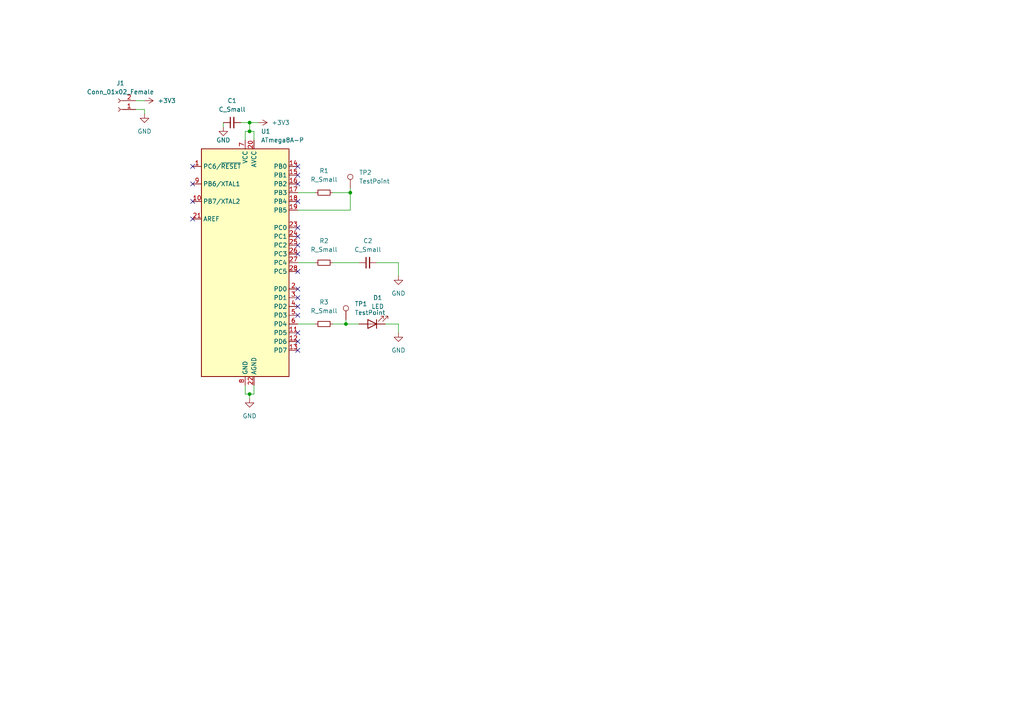
<source format=kicad_sch>
(kicad_sch (version 20211123) (generator eeschema)
  (paper "A4")
  (lib_symbols
    (symbol "Connector:Conn_01x02_Female" (pin_names (offset 1.016) hide)
      (property "Reference" "J" (at 0 2.54 0))
      (property "Value" "Conn_01x02_Female" (at 0 -5.08 0))
      (symbol "Conn_01x02_Female_1_1"
        (arc (start 0 -2.032) (mid -0.508 -2.54) (end 0 -3.048) (stroke (width 0.1524)))
        (polyline (pts (xy -1.27 -2.54) (xy -0.508 -2.54)) (stroke (width 0.1524)))
        (polyline (pts (xy -1.27 0) (xy -0.508 0)) (stroke (width 0.1524)))
        (arc (start 0 0.508) (mid -0.508 0) (end 0 -0.508) (stroke (width 0.1524)))
        (pin passive line (at -5.08 0 0) (length 3.81) (name "Pin_1") (number "1"))
        (pin passive line (at -5.08 -2.54 0) (length 3.81) (name "Pin_2") (number "2"))
      )
    )
    (symbol "Connector:TestPoint" (pin_numbers hide) (pin_names (offset 0.762) hide)
      (property "Reference" "TP" (at 0 6.858 0))
      (property "Value" "TestPoint" (at 0 5.08 0))
      (symbol "TestPoint_0_1"
        (circle (center 0 3.302) (radius 0.762))
      )
      (symbol "TestPoint_1_1"
        (pin passive line (at 0 0 90) (length 2.54) (name "1") (number "1"))
      )
    )
    (symbol "Device:C_Small" (pin_numbers hide) (pin_names (offset 0.254) hide)
      (property "Reference" "C" (at 0.254 1.778 0))
      (property "Value" "C_Small" (at 0.254 -2.032 0))
      (symbol "C_Small_0_1"
        (polyline (pts (xy -1.524 -0.508) (xy 1.524 -0.508)) (stroke (width 0.3302)))
        (polyline (pts (xy -1.524 0.508) (xy 1.524 0.508)) (stroke (width 0.3048)))
      )
      (symbol "C_Small_1_1"
        (pin passive line (at 0 2.54 270) (length 2.032) (name "~") (number "1"))
        (pin passive line (at 0 -2.54 90) (length 2.032) (name "~") (number "2"))
      )
    )
    (symbol "Device:LED" (pin_numbers hide) (pin_names (offset 1.016) hide)
      (property "Reference" "D" (at 0 2.54 0))
      (property "Value" "LED" (at 0 -2.54 0))
      (symbol "LED_0_1"
        (polyline (pts (xy -1.27 -1.27) (xy -1.27 1.27)) (stroke (width 0.254)))
        (polyline (pts (xy -1.27 0) (xy 1.27 0)))
        (polyline (pts (xy 1.27 -1.27) (xy 1.27 1.27) (xy -1.27 0) (xy 1.27 -1.27)) (stroke (width 0.254)))
        (polyline (pts (xy -3.048 -0.762) (xy -4.572 -2.286) (xy -3.81 -2.286) (xy -4.572 -2.286) (xy -4.572 -1.524)))
        (polyline (pts (xy -1.778 -0.762) (xy -3.302 -2.286) (xy -2.54 -2.286) (xy -3.302 -2.286) (xy -3.302 -1.524)))
      )
      (symbol "LED_1_1"
        (pin passive line (at -3.81 0 0) (length 2.54) (name "K") (number "1"))
        (pin passive line (at 3.81 0 180) (length 2.54) (name "A") (number "2"))
      )
    )
    (symbol "Device:R_Small" (pin_numbers hide) (pin_names (offset 0.254) hide)
      (property "Reference" "R" (at 0.762 0.508 0))
      (property "Value" "R_Small" (at 0.762 -1.016 0))
      (symbol "R_Small_0_1"
        (rectangle (start -0.762 1.778) (end 0.762 -1.778) (stroke (width 0.2032)))
      )
      (symbol "R_Small_1_1"
        (pin passive line (at 0 2.54 270) (length 0.762) (name "~") (number "1"))
        (pin passive line (at 0 -2.54 90) (length 0.762) (name "~") (number "2"))
      )
    )
    (symbol "MCU_Microchip_ATmega:ATmega8A-P"
      (property "Reference" "U" (at -12.7 34.29 0))
      (property "Value" "ATmega8A-P" (at 5.08 -34.29 0))
      (symbol "ATmega8A-P_0_1"
        (rectangle (start -12.7 -33.02) (end 12.7 33.02) (stroke (width 0.254)) (fill (type background)))
      )
      (symbol "ATmega8A-P_1_1"
        (pin bidirectional line (at -15.24 27.94 0) (length 2.54) (name "PC6/~{RESET}") (number "1"))
        (pin bidirectional line (at -15.24 17.78 0) (length 2.54) (name "PB7/XTAL2") (number "10"))
        (pin bidirectional line (at 15.24 -20.32 180) (length 2.54) (name "PD5") (number "11"))
        (pin bidirectional line (at 15.24 -22.86 180) (length 2.54) (name "PD6") (number "12"))
        (pin bidirectional line (at 15.24 -25.4 180) (length 2.54) (name "PD7") (number "13"))
        (pin bidirectional line (at 15.24 27.94 180) (length 2.54) (name "PB0") (number "14"))
        (pin bidirectional line (at 15.24 25.4 180) (length 2.54) (name "PB1") (number "15"))
        (pin bidirectional line (at 15.24 22.86 180) (length 2.54) (name "PB2") (number "16"))
        (pin bidirectional line (at 15.24 20.32 180) (length 2.54) (name "PB3") (number "17"))
        (pin bidirectional line (at 15.24 17.78 180) (length 2.54) (name "PB4") (number "18"))
        (pin bidirectional line (at 15.24 15.24 180) (length 2.54) (name "PB5") (number "19"))
        (pin bidirectional line (at 15.24 -7.62 180) (length 2.54) (name "PD0") (number "2"))
        (pin power_in line (at 2.54 35.56 270) (length 2.54) (name "AVCC") (number "20"))
        (pin passive line (at -15.24 12.7 0) (length 2.54) (name "AREF") (number "21"))
        (pin power_in line (at 2.54 -35.56 90) (length 2.54) (name "AGND") (number "22"))
        (pin bidirectional line (at 15.24 10.16 180) (length 2.54) (name "PC0") (number "23"))
        (pin bidirectional line (at 15.24 7.62 180) (length 2.54) (name "PC1") (number "24"))
        (pin bidirectional line (at 15.24 5.08 180) (length 2.54) (name "PC2") (number "25"))
        (pin bidirectional line (at 15.24 2.54 180) (length 2.54) (name "PC3") (number "26"))
        (pin bidirectional line (at 15.24 0 180) (length 2.54) (name "PC4") (number "27"))
        (pin bidirectional line (at 15.24 -2.54 180) (length 2.54) (name "PC5") (number "28"))
        (pin bidirectional line (at 15.24 -10.16 180) (length 2.54) (name "PD1") (number "3"))
        (pin bidirectional line (at 15.24 -12.7 180) (length 2.54) (name "PD2") (number "4"))
        (pin bidirectional line (at 15.24 -15.24 180) (length 2.54) (name "PD3") (number "5"))
        (pin bidirectional line (at 15.24 -17.78 180) (length 2.54) (name "PD4") (number "6"))
        (pin power_in line (at 0 35.56 270) (length 2.54) (name "VCC") (number "7"))
        (pin power_in line (at 0 -35.56 90) (length 2.54) (name "GND") (number "8"))
        (pin bidirectional line (at -15.24 22.86 0) (length 2.54) (name "PB6/XTAL1") (number "9"))
      )
    )
    (symbol "power:+3.3V" (power) (pin_names (offset 0))
      (property "Value" "+3.3V" (at 0 3.556 0))
      (symbol "+3.3V_0_1"
        (polyline (pts (xy -0.762 1.27) (xy 0 2.54)))
        (polyline (pts (xy 0 0) (xy 0 2.54)))
        (polyline (pts (xy 0 2.54) (xy 0.762 1.27)))
      )
      (symbol "+3.3V_1_1"
        (pin power_in line (at 0 0 90) (length 0) hide (name "+3V3") (number "1"))
      )
    )
    (symbol "power:GND" (power) (pin_names (offset 0))
      (property "Value" "GND" (at 0 -3.81 0))
      (symbol "GND_0_1"
        (polyline (pts (xy 0 0) (xy 0 -1.27) (xy 1.27 -1.27) (xy 0 -2.54) (xy -1.27 -1.27) (xy 0 -1.27)))
      )
      (symbol "GND_1_1"
        (pin power_in line (at 0 0 270) (length 0) hide (name "GND") (number "1"))
      )
    )
  )
  (junction (at 72.39 114.3))
  (junction (at 72.39 38.1))
  (junction (at 100.33 93.98))
  (junction (at 72.39 35.56))
  (junction (at 101.6 55.88))
  (no_connect (at 86.36 58.42))
  (no_connect (at 86.36 86.36))
  (no_connect (at 86.36 91.44))
  (no_connect (at 86.36 88.9))
  (no_connect (at 86.36 78.74))
  (no_connect (at 86.36 73.66))
  (no_connect (at 86.36 68.58))
  (no_connect (at 86.36 66.04))
  (no_connect (at 86.36 53.34))
  (no_connect (at 86.36 48.26))
  (no_connect (at 86.36 50.8))
  (no_connect (at 55.88 58.42))
  (no_connect (at 55.88 63.5))
  (no_connect (at 55.88 48.26))
  (no_connect (at 55.88 53.34))
  (no_connect (at 86.36 96.52))
  (no_connect (at 86.36 99.06))
  (no_connect (at 86.36 101.6))
  (no_connect (at 86.36 71.12))
  (no_connect (at 86.36 83.82))
  (wire (pts (xy 111.76 93.98) (xy 115.57 93.98)))
  (wire (pts (xy 73.66 38.1) (xy 73.66 40.64)))
  (wire (pts (xy 96.52 55.88) (xy 101.6 55.88)))
  (wire (pts (xy 73.66 114.3) (xy 72.39 114.3)))
  (wire (pts (xy 86.36 55.88) (xy 91.44 55.88)))
  (wire (pts (xy 41.91 33.02) (xy 41.91 31.75)))
  (wire (pts (xy 41.91 31.75) (xy 39.37 31.75)))
  (wire (pts (xy 71.12 38.1) (xy 72.39 38.1)))
  (wire (pts (xy 69.85 35.56) (xy 72.39 35.56)))
  (wire (pts (xy 73.66 111.76) (xy 73.66 114.3)))
  (wire (pts (xy 96.52 93.98) (xy 100.33 93.98)))
  (wire (pts (xy 71.12 111.76) (xy 71.12 114.3)))
  (wire (pts (xy 64.77 35.56) (xy 64.77 36.83)))
  (wire (pts (xy 86.36 76.2) (xy 91.44 76.2)))
  (wire (pts (xy 109.22 76.2) (xy 115.57 76.2)))
  (wire (pts (xy 100.33 92.71) (xy 100.33 93.98)))
  (wire (pts (xy 96.52 76.2) (xy 104.14 76.2)))
  (wire (pts (xy 101.6 60.96) (xy 101.6 55.88)))
  (wire (pts (xy 72.39 38.1) (xy 73.66 38.1)))
  (wire (pts (xy 71.12 114.3) (xy 72.39 114.3)))
  (wire (pts (xy 39.37 29.21) (xy 41.91 29.21)))
  (wire (pts (xy 86.36 60.96) (xy 101.6 60.96)))
  (wire (pts (xy 86.36 93.98) (xy 91.44 93.98)))
  (wire (pts (xy 101.6 55.88) (xy 101.6 54.61)))
  (wire (pts (xy 72.39 114.3) (xy 72.39 115.57)))
  (wire (pts (xy 71.12 40.64) (xy 71.12 38.1)))
  (wire (pts (xy 100.33 93.98) (xy 104.14 93.98)))
  (wire (pts (xy 72.39 35.56) (xy 72.39 38.1)))
  (wire (pts (xy 115.57 76.2) (xy 115.57 80.01)))
  (wire (pts (xy 72.39 35.56) (xy 74.93 35.56)))
  (wire (pts (xy 115.57 93.98) (xy 115.57 96.52)))
  (symbol (lib_id "power:GND") (at 115.57 80.01 0) (unit 1)
    (property "Reference" "#PWR05" (effects hide))
    (property "Value" "GND" (at 115.57 85.09 0))
  )
  (symbol (lib_id "Device:C_Small") (at 106.68 76.2 90) (unit 1)
    (property "Reference" "C2" (at 106.6863 69.85 90))
    (property "Value" "C_Small" (at 106.6863 72.39 90))
    (property "Footprint" "Capacitor_SMD:C_0805_2012Metric" (effects hide))
  )
  (symbol (lib_id "Connector:TestPoint") (at 100.33 92.71 0) (unit 1)
    (property "Reference" "TP1" (at 102.87 88.1379 0) (effects (justify left)))
    (property "Value" "TestPoint" (at 102.87 90.6779 0) (effects (justify left)))
    (property "Footprint" "TestPoint:TestPoint_Pad_D1.0mm" (effects hide))
  )
  (symbol (lib_id "power:+3.3V") (at 74.93 35.56 270) (unit 1)
    (property "Reference" "#PWR0101" (effects hide))
    (property "Value" "+3.3V" (at 78.74 35.5599 90) (effects (justify left)))
  )
  (symbol (lib_id "power:GND") (at 72.39 115.57 0) (unit 1)
    (property "Reference" "#PWR04" (effects hide))
    (property "Value" "GND" (at 72.39 120.65 0))
  )
  (symbol (lib_id "power:GND") (at 115.57 96.52 0) (unit 1)
    (property "Reference" "#PWR06" (effects hide))
    (property "Value" "GND" (at 115.57 101.6 0))
  )
  (symbol (lib_id "Connector:TestPoint") (at 101.6 54.61 0) (unit 1)
    (property "Reference" "TP2" (at 104.14 50.0379 0) (effects (justify left)))
    (property "Value" "TestPoint" (at 104.14 52.5779 0) (effects (justify left)))
    (property "Footprint" "TestPoint:TestPoint_Pad_D1.0mm" (effects hide))
  )
  (symbol (lib_id "power:GND") (at 64.77 36.83 0) (unit 1)
    (property "Reference" "#PWR03" (effects hide))
    (property "Value" "GND" (at 64.77 40.64 0))
  )
  (symbol (lib_id "Device:R_Small") (at 93.98 55.88 90) (unit 1)
    (property "Reference" "R1" (at 93.98 49.53 90))
    (property "Value" "R_Small" (at 93.98 52.07 90))
    (property "Footprint" "Resistor_SMD:R_0805_2012Metric" (effects hide))
  )
  (symbol (lib_id "Device:R_Small") (at 93.98 76.2 90) (unit 1)
    (property "Reference" "R2" (at 93.98 69.85 90))
    (property "Value" "R_Small" (at 93.98 72.39 90))
    (property "Footprint" "Resistor_SMD:R_0805_2012Metric" (effects hide))
  )
  (symbol (lib_id "MCU_Microchip_ATmega:ATmega8A-P") (at 71.12 76.2 0) (unit 1)
    (property "Reference" "U1" (at 75.6794 38.1 0) (effects (justify left)))
    (property "Value" "ATmega8A-P" (at 75.6794 40.64 0) (effects (justify left)))
    (property "Footprint" "Package_DIP:DIP-28_W7.62mm" (effects hide))
    (property "Datasheet" "http://ww1.microchip.com/downloads/en/DeviceDoc/Microchip%208bit%20mcu%20AVR%20ATmega8A%20data%20sheet%2040001974A.pdf" (effects hide))
  )
  (symbol (lib_id "power:+3.3V") (at 41.91 29.21 270) (unit 1)
    (property "Reference" "#PWR01" (effects hide))
    (property "Value" "+3.3V" (at 45.72 29.2099 90) (effects (justify left)))
  )
  (symbol (lib_id "Device:C_Small") (at 67.31 35.56 90) (unit 1)
    (property "Reference" "C1" (at 67.3163 29.21 90))
    (property "Value" "C_Small" (at 67.3163 31.75 90))
    (property "Footprint" "Capacitor_SMD:C_0805_2012Metric" (effects hide))
  )
  (symbol (lib_id "power:GND") (at 41.91 33.02 0) (unit 1)
    (property "Reference" "#PWR02" (effects hide))
    (property "Value" "GND" (at 41.91 38.1 0))
  )
  (symbol (lib_id "Device:LED") (at 107.95 93.98 180) (unit 1)
    (property "Reference" "D1" (at 109.5375 86.36 0))
    (property "Value" "LED" (at 109.5375 88.9 0))
    (property "Footprint" "LED_SMD:LED_0805_2012Metric" (effects hide))
  )
  (symbol (lib_id "Connector:Conn_01x02_Female") (at 34.29 31.75 180) (unit 1)
    (property "Reference" "J1" (at 34.925 24.13 0))
    (property "Value" "Conn_01x02_Female" (at 34.925 26.67 0))
    (property "Footprint" "Connector_PinHeader_1.00mm:PinHeader_1x02_P1.00mm_Vertical" (effects hide))
  )
  (symbol (lib_id "Device:R_Small") (at 93.98 93.98 90) (unit 1)
    (property "Reference" "R3" (at 93.98 87.63 90))
    (property "Value" "R_Small" (at 93.98 90.17 90))
    (property "Footprint" "Resistor_SMD:R_0805_2012Metric" (effects hide))
  )
)
</source>
